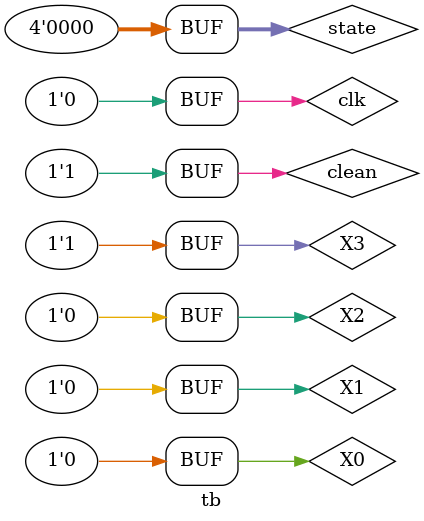
<source format=v>
/*******************************************************************************
 *
 * simulation source: [tb.v]
 *
 ******************************************************************************/

//`define SIM_CYCLE 'h400000000

//
// small value for testing
//
`define SIM_CYCLE 5000
//`timescale 100s/1s
module tb;
reg   clean;
reg			clk;
reg		[3:0]	state;
reg		  X0;
reg		  X1;
reg		  X2;
reg		 	X3;
wire    lock;
wire    unlock;
wire	  A1;
wire	  A2;
wire	 	A3;
wire	 	A4;

initial begin
  state=4'b0000;
  clean=0;
  X0 = 0;
  X1 = 0;
  X2 = 0;
  X3 = 0;
  #30
    X0<=0;     X1<=0;     X2<=1;     X3<=0; 
  #40
    X0<=0;     X1<=1;     X2<=0;     X3<=0;
  #40
    X0<=1;     X1<=0;     X2<=0;     X3<=0;
  #40
    X0<=0;     X1<=1;     X2<=0;     X3<=0;
  #40
    X0<=0;     X1<=0;     X2<=1;     X3<=0;
  #40
    X0<=0;     X1<=0;     X2<=0;     X3<=1;
end
always begin
  //@(posedge clk);
    # 20 clk = 1; clean=1;
    # 20 clk = ~clk;
end
block1 m(
	.X0(X0),
	.X1(X1),
	.X2(X2),
	.X3(X3),
	.clk(clk),
	.clean(clean),
	.A0(A0),
	.A1(A1),
	.A2(A2),
	.A3(A3),
	.A4(A4),
	.lock(lock),
	.unlock(unlock)
);
endmodule


</source>
